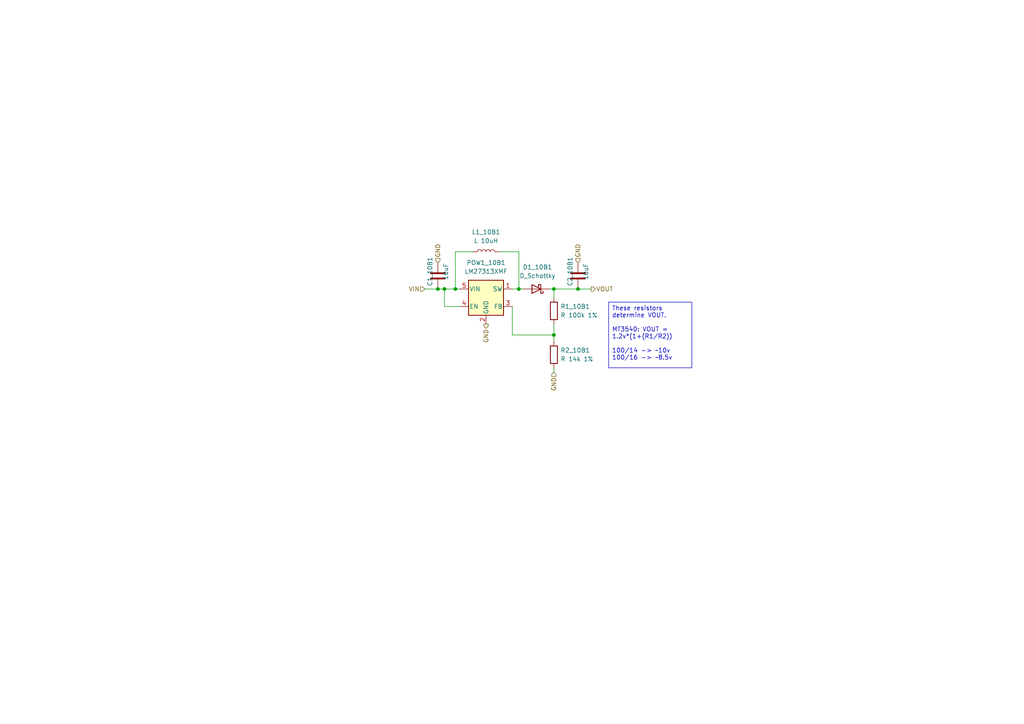
<source format=kicad_sch>
(kicad_sch (version 20231120) (generator "eeschema") (generator_version "8.0")
  (paper "A4")
  (title_block (title "DC/DC Boost Converter: 10V") (comment 1 "Voltage is approximate.  See resistor calculation."))
  (lib_symbols
    (symbol "Device:C" (pin_numbers hide) (pin_names (offset 0.254))
      (property "Reference" "C" (at 0.635 2.54 0))
      (property "Value" "C" (at 0.635 -2.54 0))
      (symbol "C_0_1"
        (polyline (pts (xy -2.032 -0.762) (xy 2.032 -0.762)) (stroke (width 0.508)))
        (polyline (pts (xy -2.032 0.762) (xy 2.032 0.762)) (stroke (width 0.508)))
      )
      (symbol "C_1_1"
        (pin passive line (at 0 3.81 270) (length 2.794) (name "~") (number "1"))
        (pin passive line (at 0 -3.81 90) (length 2.794) (name "~") (number "2"))
      )
    )
    (symbol "Device:D_Schottky" (pin_numbers hide) (pin_names (offset 1.016) hide)
      (property "Reference" "D" (at 0 2.54 0))
      (property "Value" "D_Schottky" (at 0 -2.54 0))
      (symbol "D_Schottky_0_1"
        (polyline (pts (xy 1.27 0) (xy -1.27 0)))
        (polyline (pts (xy 1.27 1.27) (xy 1.27 -1.27) (xy -1.27 0) (xy 1.27 1.27)) (stroke (width 0.254)))
        (polyline (pts (xy -1.905 0.635) (xy -1.905 1.27) (xy -1.27 1.27) (xy -1.27 -1.27) (xy -0.635 -1.27) (xy -0.635 -0.635)) (stroke (width 0.254)))
      )
      (symbol "D_Schottky_1_1"
        (pin passive line (at -3.81 0 0) (length 2.54) (name "K") (number "1"))
        (pin passive line (at 3.81 0 180) (length 2.54) (name "A") (number "2"))
      )
    )
    (symbol "Device:L" (pin_numbers hide) (pin_names (offset 1.016) hide)
      (property "Reference" "L" (at -1.27 0 90))
      (property "Value" "L" (at 1.905 0 90))
      (symbol "L_0_1"
        (arc (start 0 -2.54) (mid 0.6323 -1.905) (end 0 -1.27))
        (arc (start 0 -1.27) (mid 0.6323 -0.635) (end 0 0))
        (arc (start 0 0) (mid 0.6323 0.635) (end 0 1.27))
        (arc (start 0 1.27) (mid 0.6323 1.905) (end 0 2.54))
      )
      (symbol "L_1_1"
        (pin passive line (at 0 3.81 270) (length 1.27) (name "1") (number "1"))
        (pin passive line (at 0 -3.81 90) (length 1.27) (name "2") (number "2"))
      )
    )
    (symbol "Device:R" (pin_numbers hide) (pin_names (offset 0))
      (property "Reference" "R" (at 2.032 0 90))
      (property "Value" "R" (at 0 0 90))
      (symbol "R_0_1"
        (rectangle (start -1.016 -2.54) (end 1.016 2.54) (stroke (width 0.254)))
      )
      (symbol "R_1_1"
        (pin passive line (at 0 3.81 270) (length 1.27) (name "~") (number "1"))
        (pin passive line (at 0 -3.81 90) (length 1.27) (name "~") (number "2"))
      )
    )
    (symbol "Regulator_Switching:LM27313XMF" (pin_names (offset 0.254))
      (property "Reference" "U" (at -5.08 6.35 0))
      (property "Value" "LM27313XMF" (at 0 6.35 0))
      (symbol "LM27313XMF_0_1"
        (rectangle (start -5.08 5.08) (end 5.08 -5.08) (stroke (width 0.254)) (fill (type background)))
      )
      (symbol "LM27313XMF_1_1"
        (pin output line (at 7.62 2.54 180) (length 2.54) (name "SW") (number "1"))
        (pin power_in line (at 0 -7.62 90) (length 2.54) (name "GND") (number "2"))
        (pin input line (at 7.62 -2.54 180) (length 2.54) (name "FB") (number "3"))
        (pin input line (at -7.62 -2.54 0) (length 2.54) (name "EN") (number "4"))
        (pin input line (at -7.62 2.54 0) (length 2.54) (name "VIN") (number "5"))
      )
    )
  )
  (junction (at 132.08 83.82))
  (junction (at 160.655 97.155))
  (junction (at 127 83.82))
  (junction (at 128.905 83.82))
  (junction (at 150.495 83.82))
  (junction (at 167.64 83.82))
  (junction (at 160.655 83.82))
  (wire (pts (xy 160.655 106.68) (xy 160.655 107.95)))
  (wire (pts (xy 160.655 83.82) (xy 167.64 83.82)))
  (wire (pts (xy 167.64 83.82) (xy 171.45 83.82)))
  (wire (pts (xy 160.655 83.82) (xy 160.655 86.36)))
  (wire (pts (xy 128.905 83.82) (xy 128.905 88.9)))
  (wire (pts (xy 150.495 73.025) (xy 150.495 83.82)))
  (wire (pts (xy 144.78 73.025) (xy 150.495 73.025)))
  (wire (pts (xy 159.385 83.82) (xy 160.655 83.82)))
  (wire (pts (xy 148.59 97.155) (xy 148.59 88.9)))
  (wire (pts (xy 160.655 93.98) (xy 160.655 97.155)))
  (wire (pts (xy 132.08 83.82) (xy 133.35 83.82)))
  (wire (pts (xy 127 83.82) (xy 128.905 83.82)))
  (wire (pts (xy 150.495 83.82) (xy 151.765 83.82)))
  (wire (pts (xy 132.08 83.82) (xy 132.08 73.025)))
  (wire (pts (xy 128.905 88.9) (xy 133.35 88.9)))
  (wire (pts (xy 123.19 83.82) (xy 127 83.82)))
  (wire (pts (xy 150.495 83.82) (xy 148.59 83.82)))
  (wire (pts (xy 160.655 97.155) (xy 160.655 99.06)))
  (wire (pts (xy 148.59 97.155) (xy 160.655 97.155)))
  (wire (pts (xy 128.905 83.82) (xy 132.08 83.82)))
  (wire (pts (xy 132.08 73.025) (xy 137.16 73.025)))
  (text_box "These resistors determine VOUT.\n\nMT3540: VOUT = 1.2v*(1+(R1/R2))\n\n100/14 -> ~10v\n100/16 -> ~8.5v" (at 176.53 87.63 0) (size 24.13 19.05) (effects (font (size 1.27 1.27)) (justify left top)))
  (hierarchical_label "GND" (shape input) (at 160.655 107.95 270))
  (hierarchical_label "GND" (shape input) (at 127 76.2 90))
  (hierarchical_label "VOUT" (shape output) (at 171.45 83.82 0))
  (hierarchical_label "VIN" (shape input) (at 123.19 83.82 180))
  (hierarchical_label "GND" (shape output) (at 140.97 93.98 270))
  (hierarchical_label "GND" (shape input) (at 167.64 76.2 90))
  (symbol (lib_id "Device:C") (at 127 80.01 0) (unit 1)
    (property "Reference" "C1_10B1" (at 124.71 78.76 90))
    (property "Value" "10uF" (at 129.3 78.76 90))
    (property "Footprint" "Capacitor_SMD:C_0603_1608Metric" (effects (hide yes)))
    (property "Description" "35V 10uF X5R ±20% 0603  Multilayer Ceramic Capacitors MLCC - SMD/SMT ROHS" (effects (hide yes)))
    (property "MFR" "GRM188R6YA106MA73D" (effects (hide yes)))
    (property "LCSC" "C194427" (effects (hide yes)))
    (property "URL" "https://jlcpcb.com/partdetail/235742-GRM188R6YA106MA73D/C194427" (effects (hide yes)))
  )
  (symbol (lib_id "Regulator_Switching:LM27313XMF") (at 140.97 86.36 0) (unit 1)
    (property "Reference" "POW1_10B1" (at 140.97 76.2 0))
    (property "Value" "LM27313XMF" (at 140.97 78.74 0))
    (property "Footprint" "Package_TO_SOT_SMD:SOT-23-5" (effects (hide yes)))
    (property "Datasheet" "http://www.ti.com/lit/ds/symlink/lm27313.pdf" (effects (hide yes)))
    (property "Description" "boost converterType 28V 2.5V~5.5V 1.5A SOT-23-5  DC-DC Converters ROHS" (effects (hide yes)))
    (property "MFR" "MT3540" (effects (hide yes)))
    (property "LCSC" "C181744" (effects (hide yes)))
  )
  (symbol (lib_id "Device:L") (at 140.97 73.025 90) (unit 1)
    (property "Reference" "L1_10B1" (at 140.97 67.31 90))
    (property "Value" "L 10uH" (at 140.97 69.85 90))
    (property "Footprint" "Inductor_SMD:L_0805_2012Metric" (effects (hide yes)))
    (property "Description" "400mA 10uH ±20% 0805  Inductors (SMD) ROHS" (effects (hide yes)))
    (property "MFR" "CPY201212T-100M-NP" (effects (hide yes)))
    (property "LCSC" "C285963" (effects (hide yes)))
  )
  (symbol (lib_id "Device:R") (at 160.655 90.17 0) (unit 1)
    (property "Reference" "R1_10B1" (at 162.56 88.9 0) (effects (justify left)))
    (property "Value" "R 100k 1%" (at 162.56 91.44 0) (effects (justify left)))
    (property "Footprint" "Resistor_SMD:R_0402_1005Metric" (effects (hide yes)))
    (property "Description" "62.5mW Thick Film Resistors ±100ppm/℃ ±1% 100kΩ 0402  Chip Resistor - Surface Mount ROHS" (effects (hide yes)))
    (property "MFR" "RC0402FR-07100KL" (effects (hide yes)))
    (property "LCSC" "C60491" (effects (hide yes)))
    (property "URL" "https://jlcpcb.com/partdetail/YAGEO-RC0402FR07100KL/C60491" (effects (hide yes)))
  )
  (symbol (lib_id "Device:R") (at 160.655 102.87 0) (unit 1)
    (property "Reference" "R2_10B1" (at 162.56 101.6 0) (effects (justify left)))
    (property "Value" "R 14k 1%" (at 162.56 104.14 0) (effects (justify left)))
    (property "Footprint" "Resistor_SMD:R_0402_1005Metric" (effects (hide yes)))
    (property "Description" "±1% 14kΩ 0402  Chip Resistor - Surface Mount ROHS" (effects (hide yes)))
    (property "MFR" "SCR0402F14K" (effects (hide yes)))
    (property "LCSC" "C3015834" (effects (hide yes)))
    (property "URL" "https://jlcpcb.com/partdetail/VO-SCR0402F14K/C3015834" (effects (hide yes)))
  )
  (symbol (lib_id "Device:D_Schottky") (at 155.575 83.82 180) (unit 1)
    (property "Reference" "D1_10B1" (at 155.8925 77.47 0))
    (property "Value" "D_Schottky" (at 155.8925 80.01 0))
    (property "Footprint" "Diode_SMD:D_0402_1005Metric" (effects (hide yes)))
    (property "Description" "40V Single 600mV@1A 1A 0402  Schottky Barrier Diodes (SBD) ROHS" (effects (hide yes)))
    (property "MFR" "RB161QS-40T18R" (effects (hide yes)))
    (property "LCSC" "C2837790" (effects (hide yes)))
    (property "URL" "https://jlcpcb.com/partdetail/ROHMSemicon-RB161QS40T18R/C2837790" (effects (hide yes)))
  )
  (symbol (lib_id "Device:C") (at 167.64 80.01 0) (unit 1)
    (property "Reference" "C2_10B1" (at 165.35 78.76 90))
    (property "Value" "10uF" (at 169.94 78.76 90))
    (property "Footprint" "Capacitor_SMD:C_0603_1608Metric" (effects (hide yes)))
    (property "Description" "35V 10uF X5R ±20% 0603  Multilayer Ceramic Capacitors MLCC - SMD/SMT ROHS" (effects (hide yes)))
    (property "MFR" "GRM188R6YA106MA73D" (effects (hide yes)))
    (property "LCSC" "C194427" (effects (hide yes)))
    (property "URL" "https://jlcpcb.com/partdetail/235742-GRM188R6YA106MA73D/C194427" (effects (hide yes)))
  )
)
</source>
